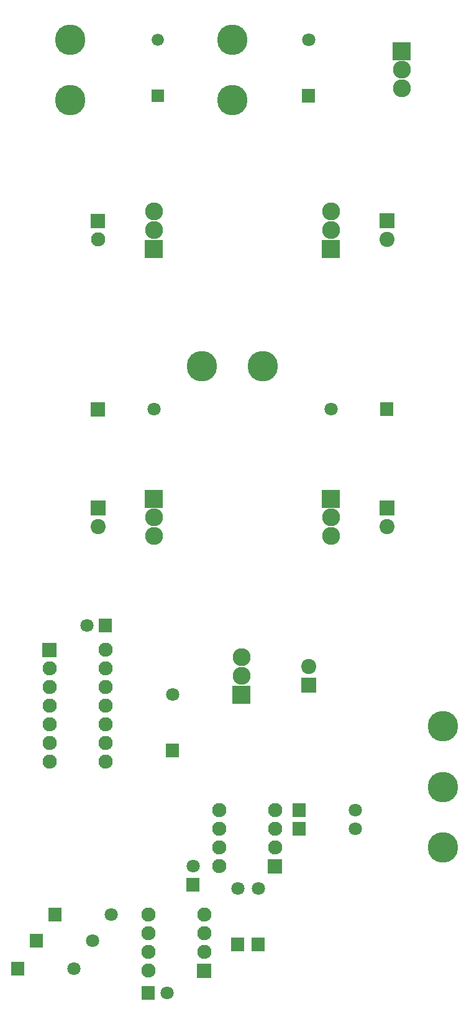
<source format=gbs>
G04 start of page 7 for group -4062 idx -4062 *
G04 Title: (unknown), soldermask *
G04 Creator: pcb 20110918 *
G04 CreationDate: Thu 04 Jul 2013 01:29:42 AM GMT UTC *
G04 For: tyrian *
G04 Format: Gerber/RS-274X *
G04 PCB-Dimensions: 270000 560000 *
G04 PCB-Coordinate-Origin: lower left *
%MOIN*%
%FSLAX25Y25*%
%LNBOTTOMMASK*%
%ADD61C,0.0660*%
%ADD60C,0.0960*%
%ADD59C,0.1635*%
%ADD58C,0.0810*%
%ADD57C,0.0760*%
%ADD56C,0.0710*%
%ADD55C,0.0001*%
G54D55*G36*
X53450Y213550D02*Y206450D01*
X60550D01*
Y213550D01*
X53450D01*
G37*
G54D56*X47000Y210000D03*
G54D55*G36*
X23200Y200800D02*Y193200D01*
X30800D01*
Y200800D01*
X23200D01*
G37*
G54D57*X57000Y197000D03*
X27000Y187000D03*
X57000D03*
X27000Y177000D03*
X57000D03*
X27000Y167000D03*
X57000D03*
X27000Y157000D03*
X57000D03*
G54D55*G36*
X48950Y277050D02*Y268950D01*
X57050D01*
Y277050D01*
X48950D01*
G37*
G54D58*X53000Y263000D03*
G54D56*X191000Y101000D03*
G54D59*X238000Y91039D03*
G54D56*X191000Y111000D03*
G54D59*X238000Y156000D03*
Y123520D03*
G54D55*G36*
X203950Y277050D02*Y268950D01*
X212050D01*
Y277050D01*
X203950D01*
G37*
G36*
X173200Y282800D02*Y273200D01*
X182800D01*
Y282800D01*
X173200D01*
G37*
G54D60*X178000Y268000D03*
Y258000D03*
G54D58*X208000Y263000D03*
G54D55*G36*
X204450Y329550D02*Y322450D01*
X211550D01*
Y329550D01*
X204450D01*
G37*
G54D56*X178000Y326000D03*
G54D55*G36*
X157450Y104550D02*Y97450D01*
X164550D01*
Y104550D01*
X157450D01*
G37*
G36*
X144200Y84800D02*Y77200D01*
X151800D01*
Y84800D01*
X144200D01*
G37*
G54D57*X148000Y91000D03*
Y101000D03*
G54D55*G36*
X157450Y114550D02*Y107450D01*
X164550D01*
Y114550D01*
X157450D01*
G37*
G54D57*X148000Y111000D03*
X118000D03*
Y101000D03*
Y91000D03*
Y81000D03*
G54D55*G36*
X135450Y42550D02*Y35450D01*
X142550D01*
Y42550D01*
X135450D01*
G37*
G54D56*X139000Y69000D03*
G54D55*G36*
X124450Y42550D02*Y35450D01*
X131550D01*
Y42550D01*
X124450D01*
G37*
G54D56*X128000Y69000D03*
G54D55*G36*
X76450Y16550D02*Y9450D01*
X83550D01*
Y16550D01*
X76450D01*
G37*
G54D56*X90000Y13000D03*
G54D55*G36*
X100450Y74550D02*Y67450D01*
X107550D01*
Y74550D01*
X100450D01*
G37*
G54D56*X104000Y81000D03*
G54D55*G36*
X106200Y28800D02*Y21200D01*
X113800D01*
Y28800D01*
X106200D01*
G37*
G54D57*X110000Y35000D03*
Y45000D03*
Y55000D03*
X80000D03*
Y45000D03*
Y35000D03*
Y25000D03*
X27000Y147000D03*
Y137000D03*
X57000D03*
Y147000D03*
G54D55*G36*
X26450Y58550D02*Y51450D01*
X33550D01*
Y58550D01*
X26450D01*
G37*
G54D56*X60000Y55000D03*
G54D55*G36*
X16450Y44550D02*Y37450D01*
X23550D01*
Y44550D01*
X16450D01*
G37*
G54D56*X50000Y41000D03*
G54D55*G36*
X6450Y29550D02*Y22450D01*
X13550D01*
Y29550D01*
X6450D01*
G37*
G54D56*X40000Y26000D03*
G54D55*G36*
X89450Y146550D02*Y139450D01*
X96550D01*
Y146550D01*
X89450D01*
G37*
G54D56*X93000Y173000D03*
G54D55*G36*
X161950Y182050D02*Y173950D01*
X170050D01*
Y182050D01*
X161950D01*
G37*
G54D58*X166000Y188000D03*
G54D55*G36*
X125200Y177800D02*Y168200D01*
X134800D01*
Y177800D01*
X125200D01*
G37*
G54D60*X130000Y183000D03*
Y193000D03*
G54D59*X38000Y524142D03*
G54D61*X85000Y524000D03*
G54D59*X125000Y524142D03*
X38000Y491661D03*
G54D55*G36*
X81700Y497300D02*Y490700D01*
X88300D01*
Y497300D01*
X81700D01*
G37*
G54D59*X125000Y491661D03*
G54D55*G36*
X203950Y431050D02*Y422950D01*
X212050D01*
Y431050D01*
X203950D01*
G37*
G36*
X211200Y522800D02*Y513200D01*
X220800D01*
Y522800D01*
X211200D01*
G37*
G54D60*X216000Y508000D03*
Y498000D03*
G54D58*X208000Y417000D03*
G54D55*G36*
X173200Y416800D02*Y407200D01*
X182800D01*
Y416800D01*
X173200D01*
G37*
G54D60*X178000Y422000D03*
Y432000D03*
G54D55*G36*
X162450Y497550D02*Y490450D01*
X169550D01*
Y497550D01*
X162450D01*
G37*
G54D56*X166000Y524000D03*
G54D55*G36*
X78200Y416800D02*Y407200D01*
X87800D01*
Y416800D01*
X78200D01*
G37*
G54D60*X83000Y422000D03*
Y432000D03*
G54D55*G36*
X49200Y430800D02*Y423200D01*
X56800D01*
Y430800D01*
X49200D01*
G37*
G54D57*X53000Y417000D03*
G54D55*G36*
X49200Y329800D02*Y322200D01*
X56800D01*
Y329800D01*
X49200D01*
G37*
G54D56*X83000Y326000D03*
G54D55*G36*
X78200Y282800D02*Y273200D01*
X87800D01*
Y282800D01*
X78200D01*
G37*
G54D60*X83000Y268000D03*
Y258000D03*
G54D59*X108858Y349000D03*
X141339D03*
M02*

</source>
